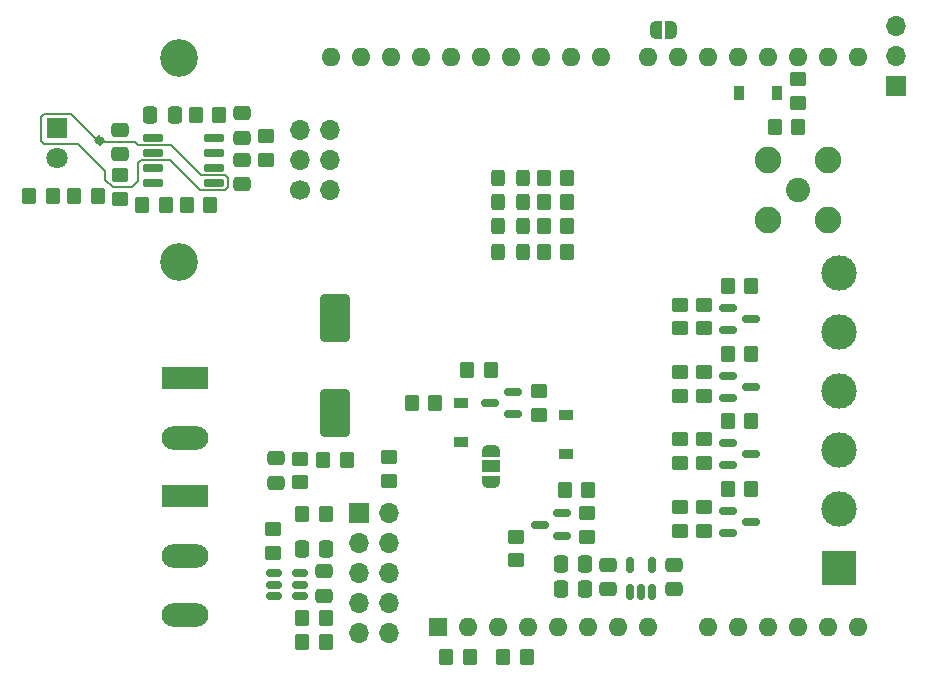
<source format=gts>
G04 #@! TF.GenerationSoftware,KiCad,Pcbnew,6.0.10-86aedd382b~118~ubuntu22.04.1*
G04 #@! TF.CreationDate,2023-01-24T12:47:23+01:00*
G04 #@! TF.ProjectId,shield,73686965-6c64-42e6-9b69-6361645f7063,rev?*
G04 #@! TF.SameCoordinates,Original*
G04 #@! TF.FileFunction,Soldermask,Top*
G04 #@! TF.FilePolarity,Negative*
%FSLAX46Y46*%
G04 Gerber Fmt 4.6, Leading zero omitted, Abs format (unit mm)*
G04 Created by KiCad (PCBNEW 6.0.10-86aedd382b~118~ubuntu22.04.1) date 2023-01-24 12:47:23*
%MOMM*%
%LPD*%
G01*
G04 APERTURE LIST*
G04 Aperture macros list*
%AMRoundRect*
0 Rectangle with rounded corners*
0 $1 Rounding radius*
0 $2 $3 $4 $5 $6 $7 $8 $9 X,Y pos of 4 corners*
0 Add a 4 corners polygon primitive as box body*
4,1,4,$2,$3,$4,$5,$6,$7,$8,$9,$2,$3,0*
0 Add four circle primitives for the rounded corners*
1,1,$1+$1,$2,$3*
1,1,$1+$1,$4,$5*
1,1,$1+$1,$6,$7*
1,1,$1+$1,$8,$9*
0 Add four rect primitives between the rounded corners*
20,1,$1+$1,$2,$3,$4,$5,0*
20,1,$1+$1,$4,$5,$6,$7,0*
20,1,$1+$1,$6,$7,$8,$9,0*
20,1,$1+$1,$8,$9,$2,$3,0*%
%AMFreePoly0*
4,1,22,0.550000,-0.750000,0.000000,-0.750000,0.000000,-0.745033,-0.079941,-0.743568,-0.215256,-0.701293,-0.333266,-0.622738,-0.424486,-0.514219,-0.481581,-0.384460,-0.499164,-0.250000,-0.500000,-0.250000,-0.500000,0.250000,-0.499164,0.250000,-0.499963,0.256109,-0.478152,0.396186,-0.417904,0.524511,-0.324060,0.630769,-0.204165,0.706417,-0.067858,0.745374,0.000000,0.744959,0.000000,0.750000,
0.550000,0.750000,0.550000,-0.750000,0.550000,-0.750000,$1*%
%AMFreePoly1*
4,1,20,0.000000,0.744959,0.073905,0.744508,0.209726,0.703889,0.328688,0.626782,0.421226,0.519385,0.479903,0.390333,0.500000,0.250000,0.500000,-0.250000,0.499851,-0.262216,0.476331,-0.402017,0.414519,-0.529596,0.319384,-0.634700,0.198574,-0.708877,0.061801,-0.746166,0.000000,-0.745033,0.000000,-0.750000,-0.550000,-0.750000,-0.550000,0.750000,0.000000,0.750000,0.000000,0.744959,
0.000000,0.744959,$1*%
%AMFreePoly2*
4,1,22,0.500000,-0.750000,0.000000,-0.750000,0.000000,-0.745033,-0.079941,-0.743568,-0.215256,-0.701293,-0.333266,-0.622738,-0.424486,-0.514219,-0.481581,-0.384460,-0.499164,-0.250000,-0.500000,-0.250000,-0.500000,0.250000,-0.499164,0.250000,-0.499963,0.256109,-0.478152,0.396186,-0.417904,0.524511,-0.324060,0.630769,-0.204165,0.706417,-0.067858,0.745374,0.000000,0.744959,0.000000,0.750000,
0.500000,0.750000,0.500000,-0.750000,0.500000,-0.750000,$1*%
%AMFreePoly3*
4,1,20,0.000000,0.744959,0.073905,0.744508,0.209726,0.703889,0.328688,0.626782,0.421226,0.519385,0.479903,0.390333,0.500000,0.250000,0.500000,-0.250000,0.499851,-0.262216,0.476331,-0.402017,0.414519,-0.529596,0.319384,-0.634700,0.198574,-0.708877,0.061801,-0.746166,0.000000,-0.745033,0.000000,-0.750000,-0.500000,-0.750000,-0.500000,0.750000,0.000000,0.750000,0.000000,0.744959,
0.000000,0.744959,$1*%
G04 Aperture macros list end*
%ADD10C,0.150000*%
%ADD11C,0.600000*%
%ADD12RoundRect,0.250000X-0.475000X0.337500X-0.475000X-0.337500X0.475000X-0.337500X0.475000X0.337500X0*%
%ADD13RoundRect,0.250000X0.350000X0.450000X-0.350000X0.450000X-0.350000X-0.450000X0.350000X-0.450000X0*%
%ADD14RoundRect,0.250000X-0.350000X-0.450000X0.350000X-0.450000X0.350000X0.450000X-0.350000X0.450000X0*%
%ADD15RoundRect,0.250000X-0.325000X-0.450000X0.325000X-0.450000X0.325000X0.450000X-0.325000X0.450000X0*%
%ADD16R,1.200000X0.900000*%
%ADD17RoundRect,0.250000X0.475000X-0.337500X0.475000X0.337500X-0.475000X0.337500X-0.475000X-0.337500X0*%
%ADD18FreePoly0,90.000000*%
%ADD19R,1.500000X1.000000*%
%ADD20FreePoly1,90.000000*%
%ADD21RoundRect,0.250000X-0.450000X0.350000X-0.450000X-0.350000X0.450000X-0.350000X0.450000X0.350000X0*%
%ADD22C,2.050000*%
%ADD23C,2.250000*%
%ADD24R,1.700000X1.700000*%
%ADD25O,1.700000X1.700000*%
%ADD26R,1.800000X1.800000*%
%ADD27C,1.800000*%
%ADD28RoundRect,0.250000X0.450000X-0.350000X0.450000X0.350000X-0.450000X0.350000X-0.450000X-0.350000X0*%
%ADD29R,3.960000X1.980000*%
%ADD30O,3.960000X1.980000*%
%ADD31C,3.200000*%
%ADD32RoundRect,0.150000X-0.587500X-0.150000X0.587500X-0.150000X0.587500X0.150000X-0.587500X0.150000X0*%
%ADD33RoundRect,0.150000X0.587500X0.150000X-0.587500X0.150000X-0.587500X-0.150000X0.587500X-0.150000X0*%
%ADD34R,0.900000X1.200000*%
%ADD35RoundRect,0.150000X0.512500X0.150000X-0.512500X0.150000X-0.512500X-0.150000X0.512500X-0.150000X0*%
%ADD36RoundRect,0.250000X1.000000X-1.750000X1.000000X1.750000X-1.000000X1.750000X-1.000000X-1.750000X0*%
%ADD37FreePoly2,0.000000*%
%ADD38FreePoly3,0.000000*%
%ADD39C,1.700000*%
%ADD40RoundRect,0.250000X-0.337500X-0.475000X0.337500X-0.475000X0.337500X0.475000X-0.337500X0.475000X0*%
%ADD41RoundRect,0.150000X0.150000X-0.512500X0.150000X0.512500X-0.150000X0.512500X-0.150000X-0.512500X0*%
%ADD42RoundRect,0.250000X0.337500X0.475000X-0.337500X0.475000X-0.337500X-0.475000X0.337500X-0.475000X0*%
%ADD43R,3.000000X3.000000*%
%ADD44C,3.000000*%
%ADD45RoundRect,0.150000X-0.725000X-0.150000X0.725000X-0.150000X0.725000X0.150000X-0.725000X0.150000X0*%
%ADD46R,1.600000X1.600000*%
%ADD47O,1.600000X1.600000*%
G04 APERTURE END LIST*
D10*
X116078000Y-80899000D02*
X116332000Y-80645000D01*
X124333000Y-86360000D02*
X123825000Y-86868000D01*
X124079000Y-83058000D02*
X124333000Y-83312000D01*
X131572000Y-87122000D02*
X129540000Y-87122000D01*
X129540000Y-87122000D02*
X127000000Y-84582000D01*
X131699000Y-87122000D02*
X131572000Y-87122000D01*
X119253000Y-83185000D02*
X116332000Y-83185000D01*
X131572000Y-85852000D02*
X131699000Y-85852000D01*
X121285000Y-83058000D02*
X124079000Y-83058000D01*
X121539000Y-85471000D02*
X119253000Y-83185000D01*
X124587000Y-84582000D02*
X124333000Y-84836000D01*
X124333000Y-83312000D02*
X127127000Y-83312000D01*
X124333000Y-84836000D02*
X124333000Y-86360000D01*
X127127000Y-83312000D02*
X129667000Y-85852000D01*
X118618000Y-80645000D02*
X121031000Y-83058000D01*
X122174000Y-86868000D02*
X121539000Y-86233000D01*
X121539000Y-86233000D02*
X121539000Y-85471000D01*
X116332000Y-83185000D02*
X116078000Y-82931000D01*
X131699000Y-85852000D02*
X131953000Y-86106000D01*
X131953000Y-86106000D02*
X131953000Y-86868000D01*
X116332000Y-80645000D02*
X118618000Y-80645000D01*
X131953000Y-86868000D02*
X131699000Y-87122000D01*
X121031000Y-83058000D02*
X121285000Y-83058000D01*
X127000000Y-84582000D02*
X124587000Y-84582000D01*
X123825000Y-86868000D02*
X122174000Y-86868000D01*
D11*
X121181000Y-82931000D02*
G75*
G03*
X121181000Y-82931000I-150000J0D01*
G01*
D10*
X116078000Y-82931000D02*
X116078000Y-80899000D01*
X129667000Y-85852000D02*
X131572000Y-85852000D01*
D12*
X164084000Y-118850500D03*
X164084000Y-120925500D03*
D13*
X140192000Y-114554000D03*
X138192000Y-114554000D03*
D14*
X158639000Y-86106000D03*
X160639000Y-86106000D03*
D15*
X154804000Y-88138000D03*
X156854000Y-88138000D03*
D16*
X151638000Y-105157000D03*
X151638000Y-108457000D03*
D17*
X133096000Y-82698500D03*
X133096000Y-80623500D03*
X122804650Y-84113071D03*
X122804650Y-82038071D03*
D15*
X154804000Y-92329000D03*
X156854000Y-92329000D03*
D14*
X174206000Y-106701000D03*
X176206000Y-106701000D03*
D18*
X154178000Y-111820000D03*
D19*
X154178000Y-110520000D03*
D20*
X154178000Y-109220000D03*
D14*
X174206000Y-100986000D03*
X176206000Y-100986000D03*
D21*
X138049000Y-109871000D03*
X138049000Y-111871000D03*
D13*
X140192000Y-123317000D03*
X138192000Y-123317000D03*
X180197000Y-81788000D03*
X178197000Y-81788000D03*
D15*
X154804000Y-86106000D03*
X156854000Y-86106000D03*
D14*
X118888000Y-87630000D03*
X120888000Y-87630000D03*
X158639000Y-92329000D03*
X160639000Y-92329000D03*
D21*
X145542000Y-109744000D03*
X145542000Y-111744000D03*
D22*
X180213000Y-87122000D03*
D23*
X177673000Y-84582000D03*
X182753000Y-84582000D03*
X177673000Y-89662000D03*
X182753000Y-89662000D03*
D24*
X142997000Y-114432000D03*
D25*
X145537000Y-114432000D03*
X142997000Y-116972000D03*
X145537000Y-116972000D03*
X142997000Y-119512000D03*
X145537000Y-119512000D03*
X142997000Y-122052000D03*
X145537000Y-122052000D03*
X142997000Y-124592000D03*
X145537000Y-124592000D03*
D26*
X117475000Y-81910000D03*
D27*
X117475000Y-84450000D03*
D28*
X156337000Y-118475000D03*
X156337000Y-116475000D03*
D21*
X170142000Y-108241000D03*
X170142000Y-110241000D03*
D14*
X138192000Y-125349000D03*
X140192000Y-125349000D03*
D16*
X160528000Y-106173000D03*
X160528000Y-109473000D03*
D29*
X128260000Y-113069000D03*
D30*
X128260000Y-118069000D03*
X128260000Y-123069000D03*
D31*
X127762000Y-93218000D03*
D14*
X139970000Y-109982000D03*
X141970000Y-109982000D03*
D32*
X174284500Y-97115000D03*
X174284500Y-99015000D03*
X176159500Y-98065000D03*
D13*
X130413000Y-88392000D03*
X128413000Y-88392000D03*
D21*
X172174000Y-113956000D03*
X172174000Y-115956000D03*
D28*
X122783369Y-87864028D03*
X122783369Y-85864028D03*
D14*
X174222000Y-95271000D03*
X176222000Y-95271000D03*
X155210000Y-126619000D03*
X157210000Y-126619000D03*
D28*
X180213000Y-79740000D03*
X180213000Y-77740000D03*
D14*
X129175000Y-80772000D03*
X131175000Y-80772000D03*
D28*
X162306000Y-116459000D03*
X162306000Y-114459000D03*
X158242000Y-106156000D03*
X158242000Y-104156000D03*
D32*
X174284500Y-102830000D03*
X174284500Y-104730000D03*
X176159500Y-103780000D03*
D33*
X160228000Y-116409000D03*
X160228000Y-114509000D03*
X158353000Y-115459000D03*
D14*
X158639000Y-88138000D03*
X160639000Y-88138000D03*
D12*
X140081000Y-119411886D03*
X140081000Y-121486886D03*
D21*
X170142000Y-96827000D03*
X170142000Y-98827000D03*
X172174000Y-96827000D03*
X172174000Y-98827000D03*
D33*
X156004500Y-106106000D03*
X156004500Y-104206000D03*
X154129500Y-105156000D03*
D28*
X135128000Y-84566000D03*
X135128000Y-82566000D03*
D14*
X115078000Y-87630000D03*
X117078000Y-87630000D03*
X152162000Y-102362000D03*
X154162000Y-102362000D03*
D31*
X127762000Y-75946000D03*
D14*
X160417000Y-112522000D03*
X162417000Y-112522000D03*
D34*
X175134000Y-78867000D03*
X178434000Y-78867000D03*
D24*
X188443000Y-78344000D03*
D25*
X188443000Y-75804000D03*
X188443000Y-73264000D03*
D14*
X150384000Y-126619000D03*
X152384000Y-126619000D03*
D35*
X138043500Y-121473000D03*
X138043500Y-120523000D03*
X138043500Y-119573000D03*
X135768500Y-119573000D03*
X135768500Y-120523000D03*
X135768500Y-121473000D03*
D21*
X135763000Y-115840000D03*
X135763000Y-117840000D03*
D36*
X140970000Y-105967500D03*
X140970000Y-97967500D03*
D29*
X128270000Y-103077000D03*
D30*
X128270000Y-108077000D03*
D12*
X136017000Y-109833500D03*
X136017000Y-111908500D03*
D37*
X168133000Y-73533000D03*
D38*
X169433000Y-73533000D03*
D13*
X126651161Y-88392058D03*
X124651161Y-88392058D03*
D14*
X147463000Y-105156000D03*
X149463000Y-105156000D03*
X158639000Y-90170000D03*
X160639000Y-90170000D03*
D39*
X138049000Y-87122000D03*
D25*
X140589000Y-87122000D03*
X138049000Y-84582000D03*
X140589000Y-84582000D03*
X138049000Y-82042000D03*
X140589000Y-82042000D03*
D40*
X125327500Y-80772000D03*
X127402500Y-80772000D03*
D32*
X174284500Y-114260000D03*
X174284500Y-116160000D03*
X176159500Y-115210000D03*
D17*
X169672000Y-120925500D03*
X169672000Y-118850500D03*
D41*
X165928000Y-121152500D03*
X166878000Y-121152500D03*
X167828000Y-121152500D03*
X167828000Y-118877500D03*
X165928000Y-118877500D03*
D40*
X160104000Y-120904000D03*
X162179000Y-120904000D03*
D12*
X133096000Y-84560500D03*
X133096000Y-86635500D03*
D40*
X160104000Y-118745000D03*
X162179000Y-118745000D03*
D21*
X172174000Y-102526000D03*
X172174000Y-104526000D03*
X170142000Y-102526000D03*
X170142000Y-104526000D03*
X170142000Y-113956000D03*
X170142000Y-115956000D03*
D42*
X140229500Y-117475000D03*
X138154500Y-117475000D03*
D32*
X174284500Y-108545000D03*
X174284500Y-110445000D03*
X176159500Y-109495000D03*
D43*
X183642000Y-119126000D03*
D44*
X183642000Y-114126000D03*
X183642000Y-109126000D03*
X183642000Y-104126000D03*
X183642000Y-99126000D03*
X183642000Y-94126000D03*
D14*
X174222000Y-112416000D03*
X176222000Y-112416000D03*
D21*
X172174000Y-108241000D03*
X172174000Y-110241000D03*
D15*
X154804000Y-90170000D03*
X156854000Y-90170000D03*
D45*
X125568000Y-82677000D03*
X125568000Y-83947000D03*
X125568000Y-85217000D03*
X125568000Y-86487000D03*
X130718000Y-86487000D03*
X130718000Y-85217000D03*
X130718000Y-83947000D03*
X130718000Y-82677000D03*
D46*
X149733000Y-124079000D03*
D47*
X152273000Y-124079000D03*
X154813000Y-124079000D03*
X157353000Y-124079000D03*
X159893000Y-124079000D03*
X162433000Y-124079000D03*
X164973000Y-124079000D03*
X167513000Y-124079000D03*
X172593000Y-124079000D03*
X175133000Y-124079000D03*
X177673000Y-124079000D03*
X180213000Y-124079000D03*
X182753000Y-124079000D03*
X185293000Y-124079000D03*
X185293000Y-75819000D03*
X182753000Y-75819000D03*
X180213000Y-75819000D03*
X177673000Y-75819000D03*
X175133000Y-75819000D03*
X172593000Y-75819000D03*
X170053000Y-75819000D03*
X167513000Y-75819000D03*
X163453000Y-75819000D03*
X160913000Y-75819000D03*
X158373000Y-75819000D03*
X155833000Y-75819000D03*
X153293000Y-75819000D03*
X150753000Y-75819000D03*
X148213000Y-75819000D03*
X145673000Y-75819000D03*
X143133000Y-75819000D03*
X140593000Y-75819000D03*
M02*

</source>
